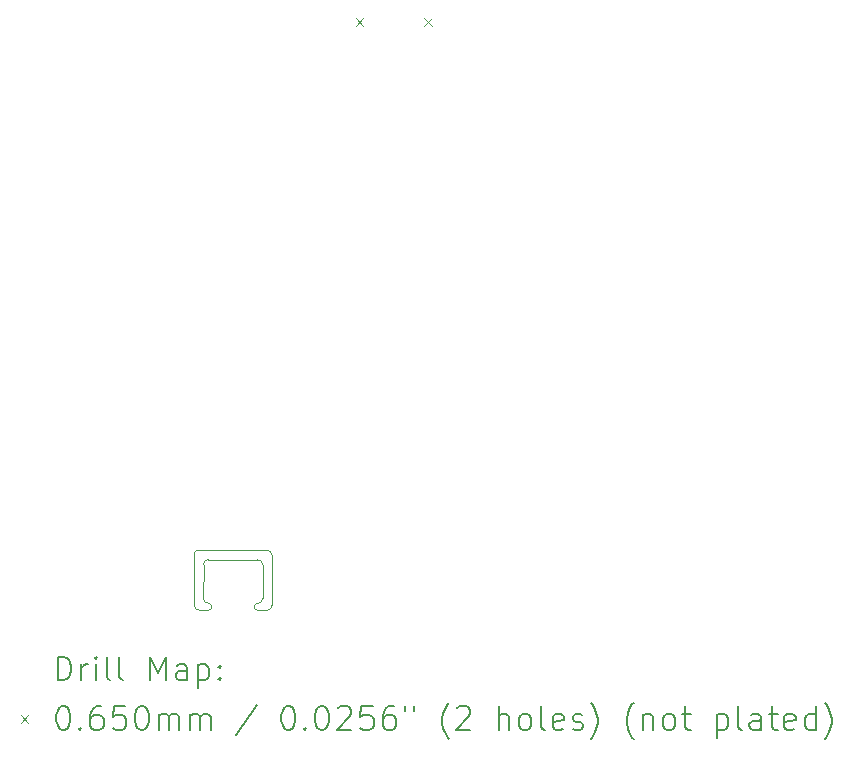
<source format=gbr>
%TF.GenerationSoftware,KiCad,Pcbnew,7.0.1*%
%TF.CreationDate,2023-04-07T20:32:14+02:00*%
%TF.ProjectId,ESP32 S3 MCU Socket,45535033-3220-4533-9320-4d435520536f,rev?*%
%TF.SameCoordinates,Original*%
%TF.FileFunction,Drillmap*%
%TF.FilePolarity,Positive*%
%FSLAX45Y45*%
G04 Gerber Fmt 4.5, Leading zero omitted, Abs format (unit mm)*
G04 Created by KiCad (PCBNEW 7.0.1) date 2023-04-07 20:32:14*
%MOMM*%
%LPD*%
G01*
G04 APERTURE LIST*
%ADD10C,0.100000*%
%ADD11C,0.200000*%
%ADD12C,0.065000*%
G04 APERTURE END LIST*
D10*
X14009613Y-11657563D02*
X14009662Y-11371563D01*
X13508963Y-11659008D02*
G75*
G03*
X13552007Y-11700008I41037J-12D01*
G01*
X13968665Y-11700613D02*
G75*
G03*
X14009665Y-11657563I-5J41054D01*
G01*
X13508959Y-11659008D02*
X13510007Y-11373008D01*
X14009665Y-11371563D02*
G75*
G03*
X13966613Y-11330564I-41046J3D01*
G01*
X14089000Y-11291460D02*
G75*
G03*
X14045948Y-11250460I-41020J30D01*
G01*
X13552007Y-11757432D02*
G75*
G03*
X13552007Y-11700008I3J28712D01*
G01*
X14045948Y-11250460D02*
X13469047Y-11248692D01*
X13428047Y-11291741D02*
X13429934Y-11715975D01*
X13472983Y-11756975D02*
X13552007Y-11757435D01*
X14089613Y-11714946D02*
X14088997Y-11291460D01*
X13429928Y-11715975D02*
G75*
G03*
X13472983Y-11756975I41082J35D01*
G01*
X13968665Y-11700621D02*
G75*
G03*
X13968665Y-11758039I5J-28709D01*
G01*
X14048665Y-11757995D02*
G75*
G03*
X14089665Y-11714946I25J41025D01*
G01*
X14048665Y-11757995D02*
X13968665Y-11758039D01*
X13551007Y-11329958D02*
G75*
G03*
X13510007Y-11373008I-7J-41042D01*
G01*
X13551007Y-11329959D02*
X13966613Y-11330563D01*
X13469047Y-11248689D02*
G75*
G03*
X13428048Y-11291741I3J-41051D01*
G01*
D11*
D12*
X14799500Y-6745500D02*
X14864500Y-6810500D01*
X14864500Y-6745500D02*
X14799500Y-6810500D01*
X15377500Y-6745500D02*
X15442500Y-6810500D01*
X15442500Y-6745500D02*
X15377500Y-6810500D01*
D11*
X12274841Y-12350475D02*
X12274841Y-12150475D01*
X12274841Y-12150475D02*
X12322460Y-12150475D01*
X12322460Y-12150475D02*
X12351032Y-12159999D01*
X12351032Y-12159999D02*
X12370080Y-12179047D01*
X12370080Y-12179047D02*
X12379603Y-12198094D01*
X12379603Y-12198094D02*
X12389127Y-12236189D01*
X12389127Y-12236189D02*
X12389127Y-12264761D01*
X12389127Y-12264761D02*
X12379603Y-12302856D01*
X12379603Y-12302856D02*
X12370080Y-12321904D01*
X12370080Y-12321904D02*
X12351032Y-12340951D01*
X12351032Y-12340951D02*
X12322460Y-12350475D01*
X12322460Y-12350475D02*
X12274841Y-12350475D01*
X12474841Y-12350475D02*
X12474841Y-12217142D01*
X12474841Y-12255237D02*
X12484365Y-12236189D01*
X12484365Y-12236189D02*
X12493889Y-12226666D01*
X12493889Y-12226666D02*
X12512937Y-12217142D01*
X12512937Y-12217142D02*
X12531984Y-12217142D01*
X12598651Y-12350475D02*
X12598651Y-12217142D01*
X12598651Y-12150475D02*
X12589127Y-12159999D01*
X12589127Y-12159999D02*
X12598651Y-12169523D01*
X12598651Y-12169523D02*
X12608175Y-12159999D01*
X12608175Y-12159999D02*
X12598651Y-12150475D01*
X12598651Y-12150475D02*
X12598651Y-12169523D01*
X12722460Y-12350475D02*
X12703413Y-12340951D01*
X12703413Y-12340951D02*
X12693889Y-12321904D01*
X12693889Y-12321904D02*
X12693889Y-12150475D01*
X12827222Y-12350475D02*
X12808175Y-12340951D01*
X12808175Y-12340951D02*
X12798651Y-12321904D01*
X12798651Y-12321904D02*
X12798651Y-12150475D01*
X13055794Y-12350475D02*
X13055794Y-12150475D01*
X13055794Y-12150475D02*
X13122461Y-12293332D01*
X13122461Y-12293332D02*
X13189127Y-12150475D01*
X13189127Y-12150475D02*
X13189127Y-12350475D01*
X13370080Y-12350475D02*
X13370080Y-12245713D01*
X13370080Y-12245713D02*
X13360556Y-12226666D01*
X13360556Y-12226666D02*
X13341508Y-12217142D01*
X13341508Y-12217142D02*
X13303413Y-12217142D01*
X13303413Y-12217142D02*
X13284365Y-12226666D01*
X13370080Y-12340951D02*
X13351032Y-12350475D01*
X13351032Y-12350475D02*
X13303413Y-12350475D01*
X13303413Y-12350475D02*
X13284365Y-12340951D01*
X13284365Y-12340951D02*
X13274841Y-12321904D01*
X13274841Y-12321904D02*
X13274841Y-12302856D01*
X13274841Y-12302856D02*
X13284365Y-12283809D01*
X13284365Y-12283809D02*
X13303413Y-12274285D01*
X13303413Y-12274285D02*
X13351032Y-12274285D01*
X13351032Y-12274285D02*
X13370080Y-12264761D01*
X13465318Y-12217142D02*
X13465318Y-12417142D01*
X13465318Y-12226666D02*
X13484365Y-12217142D01*
X13484365Y-12217142D02*
X13522461Y-12217142D01*
X13522461Y-12217142D02*
X13541508Y-12226666D01*
X13541508Y-12226666D02*
X13551032Y-12236189D01*
X13551032Y-12236189D02*
X13560556Y-12255237D01*
X13560556Y-12255237D02*
X13560556Y-12312380D01*
X13560556Y-12312380D02*
X13551032Y-12331428D01*
X13551032Y-12331428D02*
X13541508Y-12340951D01*
X13541508Y-12340951D02*
X13522461Y-12350475D01*
X13522461Y-12350475D02*
X13484365Y-12350475D01*
X13484365Y-12350475D02*
X13465318Y-12340951D01*
X13646270Y-12331428D02*
X13655794Y-12340951D01*
X13655794Y-12340951D02*
X13646270Y-12350475D01*
X13646270Y-12350475D02*
X13636746Y-12340951D01*
X13636746Y-12340951D02*
X13646270Y-12331428D01*
X13646270Y-12331428D02*
X13646270Y-12350475D01*
X13646270Y-12226666D02*
X13655794Y-12236189D01*
X13655794Y-12236189D02*
X13646270Y-12245713D01*
X13646270Y-12245713D02*
X13636746Y-12236189D01*
X13636746Y-12236189D02*
X13646270Y-12226666D01*
X13646270Y-12226666D02*
X13646270Y-12245713D01*
D12*
X11962222Y-12645451D02*
X12027222Y-12710451D01*
X12027222Y-12645451D02*
X11962222Y-12710451D01*
D11*
X12312937Y-12570475D02*
X12331984Y-12570475D01*
X12331984Y-12570475D02*
X12351032Y-12579999D01*
X12351032Y-12579999D02*
X12360556Y-12589523D01*
X12360556Y-12589523D02*
X12370080Y-12608570D01*
X12370080Y-12608570D02*
X12379603Y-12646666D01*
X12379603Y-12646666D02*
X12379603Y-12694285D01*
X12379603Y-12694285D02*
X12370080Y-12732380D01*
X12370080Y-12732380D02*
X12360556Y-12751428D01*
X12360556Y-12751428D02*
X12351032Y-12760951D01*
X12351032Y-12760951D02*
X12331984Y-12770475D01*
X12331984Y-12770475D02*
X12312937Y-12770475D01*
X12312937Y-12770475D02*
X12293889Y-12760951D01*
X12293889Y-12760951D02*
X12284365Y-12751428D01*
X12284365Y-12751428D02*
X12274841Y-12732380D01*
X12274841Y-12732380D02*
X12265318Y-12694285D01*
X12265318Y-12694285D02*
X12265318Y-12646666D01*
X12265318Y-12646666D02*
X12274841Y-12608570D01*
X12274841Y-12608570D02*
X12284365Y-12589523D01*
X12284365Y-12589523D02*
X12293889Y-12579999D01*
X12293889Y-12579999D02*
X12312937Y-12570475D01*
X12465318Y-12751428D02*
X12474841Y-12760951D01*
X12474841Y-12760951D02*
X12465318Y-12770475D01*
X12465318Y-12770475D02*
X12455794Y-12760951D01*
X12455794Y-12760951D02*
X12465318Y-12751428D01*
X12465318Y-12751428D02*
X12465318Y-12770475D01*
X12646270Y-12570475D02*
X12608175Y-12570475D01*
X12608175Y-12570475D02*
X12589127Y-12579999D01*
X12589127Y-12579999D02*
X12579603Y-12589523D01*
X12579603Y-12589523D02*
X12560556Y-12618094D01*
X12560556Y-12618094D02*
X12551032Y-12656189D01*
X12551032Y-12656189D02*
X12551032Y-12732380D01*
X12551032Y-12732380D02*
X12560556Y-12751428D01*
X12560556Y-12751428D02*
X12570080Y-12760951D01*
X12570080Y-12760951D02*
X12589127Y-12770475D01*
X12589127Y-12770475D02*
X12627222Y-12770475D01*
X12627222Y-12770475D02*
X12646270Y-12760951D01*
X12646270Y-12760951D02*
X12655794Y-12751428D01*
X12655794Y-12751428D02*
X12665318Y-12732380D01*
X12665318Y-12732380D02*
X12665318Y-12684761D01*
X12665318Y-12684761D02*
X12655794Y-12665713D01*
X12655794Y-12665713D02*
X12646270Y-12656189D01*
X12646270Y-12656189D02*
X12627222Y-12646666D01*
X12627222Y-12646666D02*
X12589127Y-12646666D01*
X12589127Y-12646666D02*
X12570080Y-12656189D01*
X12570080Y-12656189D02*
X12560556Y-12665713D01*
X12560556Y-12665713D02*
X12551032Y-12684761D01*
X12846270Y-12570475D02*
X12751032Y-12570475D01*
X12751032Y-12570475D02*
X12741508Y-12665713D01*
X12741508Y-12665713D02*
X12751032Y-12656189D01*
X12751032Y-12656189D02*
X12770080Y-12646666D01*
X12770080Y-12646666D02*
X12817699Y-12646666D01*
X12817699Y-12646666D02*
X12836746Y-12656189D01*
X12836746Y-12656189D02*
X12846270Y-12665713D01*
X12846270Y-12665713D02*
X12855794Y-12684761D01*
X12855794Y-12684761D02*
X12855794Y-12732380D01*
X12855794Y-12732380D02*
X12846270Y-12751428D01*
X12846270Y-12751428D02*
X12836746Y-12760951D01*
X12836746Y-12760951D02*
X12817699Y-12770475D01*
X12817699Y-12770475D02*
X12770080Y-12770475D01*
X12770080Y-12770475D02*
X12751032Y-12760951D01*
X12751032Y-12760951D02*
X12741508Y-12751428D01*
X12979603Y-12570475D02*
X12998651Y-12570475D01*
X12998651Y-12570475D02*
X13017699Y-12579999D01*
X13017699Y-12579999D02*
X13027222Y-12589523D01*
X13027222Y-12589523D02*
X13036746Y-12608570D01*
X13036746Y-12608570D02*
X13046270Y-12646666D01*
X13046270Y-12646666D02*
X13046270Y-12694285D01*
X13046270Y-12694285D02*
X13036746Y-12732380D01*
X13036746Y-12732380D02*
X13027222Y-12751428D01*
X13027222Y-12751428D02*
X13017699Y-12760951D01*
X13017699Y-12760951D02*
X12998651Y-12770475D01*
X12998651Y-12770475D02*
X12979603Y-12770475D01*
X12979603Y-12770475D02*
X12960556Y-12760951D01*
X12960556Y-12760951D02*
X12951032Y-12751428D01*
X12951032Y-12751428D02*
X12941508Y-12732380D01*
X12941508Y-12732380D02*
X12931984Y-12694285D01*
X12931984Y-12694285D02*
X12931984Y-12646666D01*
X12931984Y-12646666D02*
X12941508Y-12608570D01*
X12941508Y-12608570D02*
X12951032Y-12589523D01*
X12951032Y-12589523D02*
X12960556Y-12579999D01*
X12960556Y-12579999D02*
X12979603Y-12570475D01*
X13131984Y-12770475D02*
X13131984Y-12637142D01*
X13131984Y-12656189D02*
X13141508Y-12646666D01*
X13141508Y-12646666D02*
X13160556Y-12637142D01*
X13160556Y-12637142D02*
X13189127Y-12637142D01*
X13189127Y-12637142D02*
X13208175Y-12646666D01*
X13208175Y-12646666D02*
X13217699Y-12665713D01*
X13217699Y-12665713D02*
X13217699Y-12770475D01*
X13217699Y-12665713D02*
X13227222Y-12646666D01*
X13227222Y-12646666D02*
X13246270Y-12637142D01*
X13246270Y-12637142D02*
X13274841Y-12637142D01*
X13274841Y-12637142D02*
X13293889Y-12646666D01*
X13293889Y-12646666D02*
X13303413Y-12665713D01*
X13303413Y-12665713D02*
X13303413Y-12770475D01*
X13398651Y-12770475D02*
X13398651Y-12637142D01*
X13398651Y-12656189D02*
X13408175Y-12646666D01*
X13408175Y-12646666D02*
X13427222Y-12637142D01*
X13427222Y-12637142D02*
X13455794Y-12637142D01*
X13455794Y-12637142D02*
X13474842Y-12646666D01*
X13474842Y-12646666D02*
X13484365Y-12665713D01*
X13484365Y-12665713D02*
X13484365Y-12770475D01*
X13484365Y-12665713D02*
X13493889Y-12646666D01*
X13493889Y-12646666D02*
X13512937Y-12637142D01*
X13512937Y-12637142D02*
X13541508Y-12637142D01*
X13541508Y-12637142D02*
X13560556Y-12646666D01*
X13560556Y-12646666D02*
X13570080Y-12665713D01*
X13570080Y-12665713D02*
X13570080Y-12770475D01*
X13960556Y-12560951D02*
X13789127Y-12818094D01*
X14217699Y-12570475D02*
X14236746Y-12570475D01*
X14236746Y-12570475D02*
X14255794Y-12579999D01*
X14255794Y-12579999D02*
X14265318Y-12589523D01*
X14265318Y-12589523D02*
X14274842Y-12608570D01*
X14274842Y-12608570D02*
X14284365Y-12646666D01*
X14284365Y-12646666D02*
X14284365Y-12694285D01*
X14284365Y-12694285D02*
X14274842Y-12732380D01*
X14274842Y-12732380D02*
X14265318Y-12751428D01*
X14265318Y-12751428D02*
X14255794Y-12760951D01*
X14255794Y-12760951D02*
X14236746Y-12770475D01*
X14236746Y-12770475D02*
X14217699Y-12770475D01*
X14217699Y-12770475D02*
X14198651Y-12760951D01*
X14198651Y-12760951D02*
X14189127Y-12751428D01*
X14189127Y-12751428D02*
X14179604Y-12732380D01*
X14179604Y-12732380D02*
X14170080Y-12694285D01*
X14170080Y-12694285D02*
X14170080Y-12646666D01*
X14170080Y-12646666D02*
X14179604Y-12608570D01*
X14179604Y-12608570D02*
X14189127Y-12589523D01*
X14189127Y-12589523D02*
X14198651Y-12579999D01*
X14198651Y-12579999D02*
X14217699Y-12570475D01*
X14370080Y-12751428D02*
X14379604Y-12760951D01*
X14379604Y-12760951D02*
X14370080Y-12770475D01*
X14370080Y-12770475D02*
X14360556Y-12760951D01*
X14360556Y-12760951D02*
X14370080Y-12751428D01*
X14370080Y-12751428D02*
X14370080Y-12770475D01*
X14503413Y-12570475D02*
X14522461Y-12570475D01*
X14522461Y-12570475D02*
X14541508Y-12579999D01*
X14541508Y-12579999D02*
X14551032Y-12589523D01*
X14551032Y-12589523D02*
X14560556Y-12608570D01*
X14560556Y-12608570D02*
X14570080Y-12646666D01*
X14570080Y-12646666D02*
X14570080Y-12694285D01*
X14570080Y-12694285D02*
X14560556Y-12732380D01*
X14560556Y-12732380D02*
X14551032Y-12751428D01*
X14551032Y-12751428D02*
X14541508Y-12760951D01*
X14541508Y-12760951D02*
X14522461Y-12770475D01*
X14522461Y-12770475D02*
X14503413Y-12770475D01*
X14503413Y-12770475D02*
X14484365Y-12760951D01*
X14484365Y-12760951D02*
X14474842Y-12751428D01*
X14474842Y-12751428D02*
X14465318Y-12732380D01*
X14465318Y-12732380D02*
X14455794Y-12694285D01*
X14455794Y-12694285D02*
X14455794Y-12646666D01*
X14455794Y-12646666D02*
X14465318Y-12608570D01*
X14465318Y-12608570D02*
X14474842Y-12589523D01*
X14474842Y-12589523D02*
X14484365Y-12579999D01*
X14484365Y-12579999D02*
X14503413Y-12570475D01*
X14646270Y-12589523D02*
X14655794Y-12579999D01*
X14655794Y-12579999D02*
X14674842Y-12570475D01*
X14674842Y-12570475D02*
X14722461Y-12570475D01*
X14722461Y-12570475D02*
X14741508Y-12579999D01*
X14741508Y-12579999D02*
X14751032Y-12589523D01*
X14751032Y-12589523D02*
X14760556Y-12608570D01*
X14760556Y-12608570D02*
X14760556Y-12627618D01*
X14760556Y-12627618D02*
X14751032Y-12656189D01*
X14751032Y-12656189D02*
X14636746Y-12770475D01*
X14636746Y-12770475D02*
X14760556Y-12770475D01*
X14941508Y-12570475D02*
X14846270Y-12570475D01*
X14846270Y-12570475D02*
X14836746Y-12665713D01*
X14836746Y-12665713D02*
X14846270Y-12656189D01*
X14846270Y-12656189D02*
X14865318Y-12646666D01*
X14865318Y-12646666D02*
X14912937Y-12646666D01*
X14912937Y-12646666D02*
X14931985Y-12656189D01*
X14931985Y-12656189D02*
X14941508Y-12665713D01*
X14941508Y-12665713D02*
X14951032Y-12684761D01*
X14951032Y-12684761D02*
X14951032Y-12732380D01*
X14951032Y-12732380D02*
X14941508Y-12751428D01*
X14941508Y-12751428D02*
X14931985Y-12760951D01*
X14931985Y-12760951D02*
X14912937Y-12770475D01*
X14912937Y-12770475D02*
X14865318Y-12770475D01*
X14865318Y-12770475D02*
X14846270Y-12760951D01*
X14846270Y-12760951D02*
X14836746Y-12751428D01*
X15122461Y-12570475D02*
X15084365Y-12570475D01*
X15084365Y-12570475D02*
X15065318Y-12579999D01*
X15065318Y-12579999D02*
X15055794Y-12589523D01*
X15055794Y-12589523D02*
X15036746Y-12618094D01*
X15036746Y-12618094D02*
X15027223Y-12656189D01*
X15027223Y-12656189D02*
X15027223Y-12732380D01*
X15027223Y-12732380D02*
X15036746Y-12751428D01*
X15036746Y-12751428D02*
X15046270Y-12760951D01*
X15046270Y-12760951D02*
X15065318Y-12770475D01*
X15065318Y-12770475D02*
X15103413Y-12770475D01*
X15103413Y-12770475D02*
X15122461Y-12760951D01*
X15122461Y-12760951D02*
X15131985Y-12751428D01*
X15131985Y-12751428D02*
X15141508Y-12732380D01*
X15141508Y-12732380D02*
X15141508Y-12684761D01*
X15141508Y-12684761D02*
X15131985Y-12665713D01*
X15131985Y-12665713D02*
X15122461Y-12656189D01*
X15122461Y-12656189D02*
X15103413Y-12646666D01*
X15103413Y-12646666D02*
X15065318Y-12646666D01*
X15065318Y-12646666D02*
X15046270Y-12656189D01*
X15046270Y-12656189D02*
X15036746Y-12665713D01*
X15036746Y-12665713D02*
X15027223Y-12684761D01*
X15217699Y-12570475D02*
X15217699Y-12608570D01*
X15293889Y-12570475D02*
X15293889Y-12608570D01*
X15589128Y-12846666D02*
X15579604Y-12837142D01*
X15579604Y-12837142D02*
X15560556Y-12808570D01*
X15560556Y-12808570D02*
X15551032Y-12789523D01*
X15551032Y-12789523D02*
X15541508Y-12760951D01*
X15541508Y-12760951D02*
X15531985Y-12713332D01*
X15531985Y-12713332D02*
X15531985Y-12675237D01*
X15531985Y-12675237D02*
X15541508Y-12627618D01*
X15541508Y-12627618D02*
X15551032Y-12599047D01*
X15551032Y-12599047D02*
X15560556Y-12579999D01*
X15560556Y-12579999D02*
X15579604Y-12551428D01*
X15579604Y-12551428D02*
X15589128Y-12541904D01*
X15655794Y-12589523D02*
X15665318Y-12579999D01*
X15665318Y-12579999D02*
X15684366Y-12570475D01*
X15684366Y-12570475D02*
X15731985Y-12570475D01*
X15731985Y-12570475D02*
X15751032Y-12579999D01*
X15751032Y-12579999D02*
X15760556Y-12589523D01*
X15760556Y-12589523D02*
X15770080Y-12608570D01*
X15770080Y-12608570D02*
X15770080Y-12627618D01*
X15770080Y-12627618D02*
X15760556Y-12656189D01*
X15760556Y-12656189D02*
X15646270Y-12770475D01*
X15646270Y-12770475D02*
X15770080Y-12770475D01*
X16008175Y-12770475D02*
X16008175Y-12570475D01*
X16093889Y-12770475D02*
X16093889Y-12665713D01*
X16093889Y-12665713D02*
X16084366Y-12646666D01*
X16084366Y-12646666D02*
X16065318Y-12637142D01*
X16065318Y-12637142D02*
X16036747Y-12637142D01*
X16036747Y-12637142D02*
X16017699Y-12646666D01*
X16017699Y-12646666D02*
X16008175Y-12656189D01*
X16217699Y-12770475D02*
X16198651Y-12760951D01*
X16198651Y-12760951D02*
X16189128Y-12751428D01*
X16189128Y-12751428D02*
X16179604Y-12732380D01*
X16179604Y-12732380D02*
X16179604Y-12675237D01*
X16179604Y-12675237D02*
X16189128Y-12656189D01*
X16189128Y-12656189D02*
X16198651Y-12646666D01*
X16198651Y-12646666D02*
X16217699Y-12637142D01*
X16217699Y-12637142D02*
X16246270Y-12637142D01*
X16246270Y-12637142D02*
X16265318Y-12646666D01*
X16265318Y-12646666D02*
X16274842Y-12656189D01*
X16274842Y-12656189D02*
X16284366Y-12675237D01*
X16284366Y-12675237D02*
X16284366Y-12732380D01*
X16284366Y-12732380D02*
X16274842Y-12751428D01*
X16274842Y-12751428D02*
X16265318Y-12760951D01*
X16265318Y-12760951D02*
X16246270Y-12770475D01*
X16246270Y-12770475D02*
X16217699Y-12770475D01*
X16398651Y-12770475D02*
X16379604Y-12760951D01*
X16379604Y-12760951D02*
X16370080Y-12741904D01*
X16370080Y-12741904D02*
X16370080Y-12570475D01*
X16551032Y-12760951D02*
X16531985Y-12770475D01*
X16531985Y-12770475D02*
X16493889Y-12770475D01*
X16493889Y-12770475D02*
X16474842Y-12760951D01*
X16474842Y-12760951D02*
X16465318Y-12741904D01*
X16465318Y-12741904D02*
X16465318Y-12665713D01*
X16465318Y-12665713D02*
X16474842Y-12646666D01*
X16474842Y-12646666D02*
X16493889Y-12637142D01*
X16493889Y-12637142D02*
X16531985Y-12637142D01*
X16531985Y-12637142D02*
X16551032Y-12646666D01*
X16551032Y-12646666D02*
X16560556Y-12665713D01*
X16560556Y-12665713D02*
X16560556Y-12684761D01*
X16560556Y-12684761D02*
X16465318Y-12703809D01*
X16636747Y-12760951D02*
X16655794Y-12770475D01*
X16655794Y-12770475D02*
X16693889Y-12770475D01*
X16693889Y-12770475D02*
X16712937Y-12760951D01*
X16712937Y-12760951D02*
X16722461Y-12741904D01*
X16722461Y-12741904D02*
X16722461Y-12732380D01*
X16722461Y-12732380D02*
X16712937Y-12713332D01*
X16712937Y-12713332D02*
X16693889Y-12703809D01*
X16693889Y-12703809D02*
X16665318Y-12703809D01*
X16665318Y-12703809D02*
X16646270Y-12694285D01*
X16646270Y-12694285D02*
X16636747Y-12675237D01*
X16636747Y-12675237D02*
X16636747Y-12665713D01*
X16636747Y-12665713D02*
X16646270Y-12646666D01*
X16646270Y-12646666D02*
X16665318Y-12637142D01*
X16665318Y-12637142D02*
X16693889Y-12637142D01*
X16693889Y-12637142D02*
X16712937Y-12646666D01*
X16789128Y-12846666D02*
X16798652Y-12837142D01*
X16798652Y-12837142D02*
X16817699Y-12808570D01*
X16817699Y-12808570D02*
X16827223Y-12789523D01*
X16827223Y-12789523D02*
X16836747Y-12760951D01*
X16836747Y-12760951D02*
X16846271Y-12713332D01*
X16846271Y-12713332D02*
X16846271Y-12675237D01*
X16846271Y-12675237D02*
X16836747Y-12627618D01*
X16836747Y-12627618D02*
X16827223Y-12599047D01*
X16827223Y-12599047D02*
X16817699Y-12579999D01*
X16817699Y-12579999D02*
X16798652Y-12551428D01*
X16798652Y-12551428D02*
X16789128Y-12541904D01*
X17151033Y-12846666D02*
X17141509Y-12837142D01*
X17141509Y-12837142D02*
X17122461Y-12808570D01*
X17122461Y-12808570D02*
X17112937Y-12789523D01*
X17112937Y-12789523D02*
X17103413Y-12760951D01*
X17103413Y-12760951D02*
X17093890Y-12713332D01*
X17093890Y-12713332D02*
X17093890Y-12675237D01*
X17093890Y-12675237D02*
X17103413Y-12627618D01*
X17103413Y-12627618D02*
X17112937Y-12599047D01*
X17112937Y-12599047D02*
X17122461Y-12579999D01*
X17122461Y-12579999D02*
X17141509Y-12551428D01*
X17141509Y-12551428D02*
X17151033Y-12541904D01*
X17227223Y-12637142D02*
X17227223Y-12770475D01*
X17227223Y-12656189D02*
X17236747Y-12646666D01*
X17236747Y-12646666D02*
X17255794Y-12637142D01*
X17255794Y-12637142D02*
X17284366Y-12637142D01*
X17284366Y-12637142D02*
X17303413Y-12646666D01*
X17303413Y-12646666D02*
X17312937Y-12665713D01*
X17312937Y-12665713D02*
X17312937Y-12770475D01*
X17436747Y-12770475D02*
X17417699Y-12760951D01*
X17417699Y-12760951D02*
X17408175Y-12751428D01*
X17408175Y-12751428D02*
X17398652Y-12732380D01*
X17398652Y-12732380D02*
X17398652Y-12675237D01*
X17398652Y-12675237D02*
X17408175Y-12656189D01*
X17408175Y-12656189D02*
X17417699Y-12646666D01*
X17417699Y-12646666D02*
X17436747Y-12637142D01*
X17436747Y-12637142D02*
X17465318Y-12637142D01*
X17465318Y-12637142D02*
X17484366Y-12646666D01*
X17484366Y-12646666D02*
X17493890Y-12656189D01*
X17493890Y-12656189D02*
X17503413Y-12675237D01*
X17503413Y-12675237D02*
X17503413Y-12732380D01*
X17503413Y-12732380D02*
X17493890Y-12751428D01*
X17493890Y-12751428D02*
X17484366Y-12760951D01*
X17484366Y-12760951D02*
X17465318Y-12770475D01*
X17465318Y-12770475D02*
X17436747Y-12770475D01*
X17560556Y-12637142D02*
X17636747Y-12637142D01*
X17589128Y-12570475D02*
X17589128Y-12741904D01*
X17589128Y-12741904D02*
X17598652Y-12760951D01*
X17598652Y-12760951D02*
X17617699Y-12770475D01*
X17617699Y-12770475D02*
X17636747Y-12770475D01*
X17855794Y-12637142D02*
X17855794Y-12837142D01*
X17855794Y-12646666D02*
X17874842Y-12637142D01*
X17874842Y-12637142D02*
X17912937Y-12637142D01*
X17912937Y-12637142D02*
X17931985Y-12646666D01*
X17931985Y-12646666D02*
X17941509Y-12656189D01*
X17941509Y-12656189D02*
X17951033Y-12675237D01*
X17951033Y-12675237D02*
X17951033Y-12732380D01*
X17951033Y-12732380D02*
X17941509Y-12751428D01*
X17941509Y-12751428D02*
X17931985Y-12760951D01*
X17931985Y-12760951D02*
X17912937Y-12770475D01*
X17912937Y-12770475D02*
X17874842Y-12770475D01*
X17874842Y-12770475D02*
X17855794Y-12760951D01*
X18065318Y-12770475D02*
X18046271Y-12760951D01*
X18046271Y-12760951D02*
X18036747Y-12741904D01*
X18036747Y-12741904D02*
X18036747Y-12570475D01*
X18227223Y-12770475D02*
X18227223Y-12665713D01*
X18227223Y-12665713D02*
X18217699Y-12646666D01*
X18217699Y-12646666D02*
X18198652Y-12637142D01*
X18198652Y-12637142D02*
X18160556Y-12637142D01*
X18160556Y-12637142D02*
X18141509Y-12646666D01*
X18227223Y-12760951D02*
X18208175Y-12770475D01*
X18208175Y-12770475D02*
X18160556Y-12770475D01*
X18160556Y-12770475D02*
X18141509Y-12760951D01*
X18141509Y-12760951D02*
X18131985Y-12741904D01*
X18131985Y-12741904D02*
X18131985Y-12722856D01*
X18131985Y-12722856D02*
X18141509Y-12703809D01*
X18141509Y-12703809D02*
X18160556Y-12694285D01*
X18160556Y-12694285D02*
X18208175Y-12694285D01*
X18208175Y-12694285D02*
X18227223Y-12684761D01*
X18293890Y-12637142D02*
X18370080Y-12637142D01*
X18322461Y-12570475D02*
X18322461Y-12741904D01*
X18322461Y-12741904D02*
X18331985Y-12760951D01*
X18331985Y-12760951D02*
X18351033Y-12770475D01*
X18351033Y-12770475D02*
X18370080Y-12770475D01*
X18512937Y-12760951D02*
X18493890Y-12770475D01*
X18493890Y-12770475D02*
X18455794Y-12770475D01*
X18455794Y-12770475D02*
X18436747Y-12760951D01*
X18436747Y-12760951D02*
X18427223Y-12741904D01*
X18427223Y-12741904D02*
X18427223Y-12665713D01*
X18427223Y-12665713D02*
X18436747Y-12646666D01*
X18436747Y-12646666D02*
X18455794Y-12637142D01*
X18455794Y-12637142D02*
X18493890Y-12637142D01*
X18493890Y-12637142D02*
X18512937Y-12646666D01*
X18512937Y-12646666D02*
X18522461Y-12665713D01*
X18522461Y-12665713D02*
X18522461Y-12684761D01*
X18522461Y-12684761D02*
X18427223Y-12703809D01*
X18693890Y-12770475D02*
X18693890Y-12570475D01*
X18693890Y-12760951D02*
X18674842Y-12770475D01*
X18674842Y-12770475D02*
X18636747Y-12770475D01*
X18636747Y-12770475D02*
X18617699Y-12760951D01*
X18617699Y-12760951D02*
X18608175Y-12751428D01*
X18608175Y-12751428D02*
X18598652Y-12732380D01*
X18598652Y-12732380D02*
X18598652Y-12675237D01*
X18598652Y-12675237D02*
X18608175Y-12656189D01*
X18608175Y-12656189D02*
X18617699Y-12646666D01*
X18617699Y-12646666D02*
X18636747Y-12637142D01*
X18636747Y-12637142D02*
X18674842Y-12637142D01*
X18674842Y-12637142D02*
X18693890Y-12646666D01*
X18770080Y-12846666D02*
X18779604Y-12837142D01*
X18779604Y-12837142D02*
X18798652Y-12808570D01*
X18798652Y-12808570D02*
X18808175Y-12789523D01*
X18808175Y-12789523D02*
X18817699Y-12760951D01*
X18817699Y-12760951D02*
X18827223Y-12713332D01*
X18827223Y-12713332D02*
X18827223Y-12675237D01*
X18827223Y-12675237D02*
X18817699Y-12627618D01*
X18817699Y-12627618D02*
X18808175Y-12599047D01*
X18808175Y-12599047D02*
X18798652Y-12579999D01*
X18798652Y-12579999D02*
X18779604Y-12551428D01*
X18779604Y-12551428D02*
X18770080Y-12541904D01*
M02*

</source>
